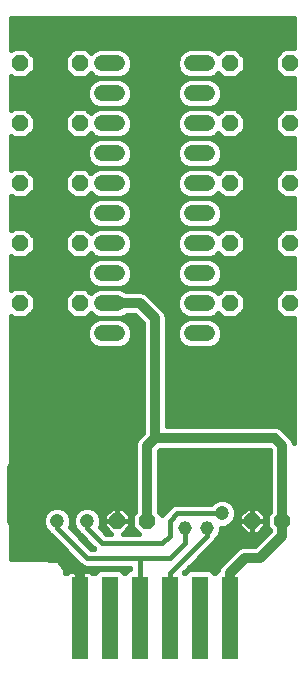
<source format=gbl>
G75*
G70*
%OFA0B0*%
%FSLAX24Y24*%
%IPPOS*%
%LPD*%
%AMOC8*
5,1,8,0,0,1.08239X$1,22.5*
%
%ADD10OC8,0.0520*%
%ADD11C,0.0520*%
%ADD12R,0.0520X0.2756*%
%ADD13C,0.0160*%
%ADD14C,0.0460*%
%ADD15C,0.0320*%
%ADD16C,0.0475*%
D10*
X004431Y004885D03*
X005431Y004885D03*
X008931Y004885D03*
X009931Y004885D03*
X010181Y012135D03*
X010181Y014135D03*
X010181Y016135D03*
X010181Y018135D03*
X010181Y020135D03*
X008181Y020135D03*
X008181Y018135D03*
X008181Y016135D03*
X008181Y014135D03*
X008181Y012135D03*
X003181Y012135D03*
X003181Y014135D03*
X003181Y016135D03*
X003181Y018135D03*
X003181Y020135D03*
X001181Y020135D03*
X001181Y018135D03*
X001181Y016135D03*
X001181Y014135D03*
X001181Y012135D03*
D11*
X003921Y012135D02*
X004441Y012135D01*
X004441Y013135D02*
X003921Y013135D01*
X003921Y014135D02*
X004441Y014135D01*
X004441Y015135D02*
X003921Y015135D01*
X003921Y016135D02*
X004441Y016135D01*
X004441Y017135D02*
X003921Y017135D01*
X003921Y018135D02*
X004441Y018135D01*
X004441Y019135D02*
X003921Y019135D01*
X003921Y020135D02*
X004441Y020135D01*
X006921Y020135D02*
X007441Y020135D01*
X007441Y019135D02*
X006921Y019135D01*
X006921Y018135D02*
X007441Y018135D01*
X007441Y017135D02*
X006921Y017135D01*
X006921Y016135D02*
X007441Y016135D01*
X007441Y015135D02*
X006921Y015135D01*
X006921Y014135D02*
X007441Y014135D01*
X007441Y013135D02*
X006921Y013135D01*
X006921Y012135D02*
X007441Y012135D01*
X007441Y011135D02*
X006921Y011135D01*
X004441Y011135D02*
X003921Y011135D01*
D12*
X004181Y001660D03*
X003181Y001660D03*
X005181Y001660D03*
X006181Y001660D03*
X007181Y001660D03*
X008181Y001660D03*
D13*
X000911Y003615D02*
X000911Y011698D01*
X000974Y011635D01*
X001389Y011635D01*
X001681Y011928D01*
X001681Y012342D01*
X001389Y012635D01*
X000974Y012635D01*
X000911Y012572D01*
X000911Y013698D01*
X000974Y013635D01*
X001389Y013635D01*
X001389Y013636D02*
X002974Y013636D01*
X002974Y013635D02*
X003389Y013635D01*
X003389Y013636D02*
X003821Y013636D01*
X003822Y013635D02*
X004541Y013635D01*
X004725Y013711D01*
X004865Y013852D01*
X004941Y014035D01*
X004941Y014234D01*
X004865Y014418D01*
X004725Y014559D01*
X004541Y014635D01*
X004725Y014711D01*
X004865Y014852D01*
X004941Y015035D01*
X004941Y015234D01*
X004865Y015418D01*
X004725Y015559D01*
X004541Y015635D01*
X004725Y015711D01*
X004865Y015852D01*
X004941Y016035D01*
X004941Y016234D01*
X004865Y016418D01*
X004725Y016559D01*
X004541Y016635D01*
X004725Y016711D01*
X004865Y016852D01*
X004941Y017035D01*
X004941Y017234D01*
X004865Y017418D01*
X004725Y017559D01*
X004541Y017635D01*
X004725Y017711D01*
X004865Y017852D01*
X004941Y018035D01*
X004941Y018234D01*
X004865Y018418D01*
X004725Y018559D01*
X004541Y018635D01*
X004725Y018711D01*
X004865Y018852D01*
X004941Y019035D01*
X004941Y019234D01*
X004865Y019418D01*
X004725Y019559D01*
X004541Y019635D01*
X004725Y019711D01*
X004865Y019852D01*
X004941Y020035D01*
X004941Y020234D01*
X004865Y020418D01*
X004725Y020559D01*
X004541Y020635D01*
X003822Y020635D01*
X003638Y020559D01*
X003551Y020472D01*
X003389Y020635D01*
X002974Y020635D01*
X002681Y020342D01*
X002681Y019928D01*
X002974Y019635D01*
X003389Y019635D01*
X003551Y019798D01*
X003638Y019711D01*
X003822Y019635D01*
X004541Y019635D01*
X003822Y019635D01*
X003638Y019559D01*
X003498Y019418D01*
X003421Y019234D01*
X003421Y019035D01*
X003498Y018852D01*
X003638Y018711D01*
X003822Y018635D01*
X004541Y018635D01*
X003822Y018635D01*
X003638Y018559D01*
X003551Y018472D01*
X003389Y018635D01*
X002974Y018635D01*
X002681Y018342D01*
X002681Y017928D01*
X002974Y017635D01*
X003389Y017635D01*
X003551Y017798D01*
X003638Y017711D01*
X003822Y017635D01*
X004541Y017635D01*
X003822Y017635D01*
X003638Y017559D01*
X003498Y017418D01*
X003421Y017234D01*
X003421Y017035D01*
X003498Y016852D01*
X003638Y016711D01*
X003822Y016635D01*
X004541Y016635D01*
X003822Y016635D01*
X003638Y016559D01*
X003551Y016472D01*
X003389Y016635D01*
X002974Y016635D01*
X002681Y016342D01*
X002681Y015928D01*
X002974Y015635D01*
X003389Y015635D01*
X003551Y015798D01*
X003638Y015711D01*
X003822Y015635D01*
X004541Y015635D01*
X003822Y015635D01*
X003638Y015559D01*
X003498Y015418D01*
X003421Y015234D01*
X003421Y015035D01*
X003498Y014852D01*
X003638Y014711D01*
X003822Y014635D01*
X004541Y014635D01*
X003822Y014635D01*
X003638Y014559D01*
X003551Y014472D01*
X003389Y014635D01*
X002974Y014635D01*
X002681Y014342D01*
X002681Y013928D01*
X002974Y013635D01*
X002815Y013794D02*
X001548Y013794D01*
X001681Y013928D02*
X001681Y014342D01*
X001389Y014635D01*
X000974Y014635D01*
X000911Y014572D01*
X000911Y015698D01*
X000974Y015635D01*
X001389Y015635D01*
X001681Y015928D01*
X001681Y016342D01*
X001389Y016635D01*
X000974Y016635D01*
X000911Y016572D01*
X000911Y017698D01*
X000974Y017635D01*
X001389Y017635D01*
X001681Y017928D01*
X001681Y018342D01*
X001389Y018635D01*
X000974Y018635D01*
X000911Y018572D01*
X000911Y019698D01*
X000974Y019635D01*
X001389Y019635D01*
X001681Y019928D01*
X001681Y020342D01*
X001389Y020635D01*
X000974Y020635D01*
X000911Y020572D01*
X000911Y021651D01*
X010321Y021651D01*
X010321Y020635D01*
X009974Y020635D01*
X009681Y020342D01*
X009681Y019928D01*
X009974Y019635D01*
X010321Y019635D01*
X010321Y018635D01*
X009974Y018635D01*
X009681Y018342D01*
X009681Y017928D01*
X009974Y017635D01*
X010321Y017635D01*
X010321Y016635D01*
X009974Y016635D01*
X009681Y016342D01*
X009681Y015928D01*
X009974Y015635D01*
X010321Y015635D01*
X010321Y014635D01*
X009974Y014635D01*
X009681Y014342D01*
X009681Y013928D01*
X009974Y013635D01*
X010321Y013635D01*
X010321Y012635D01*
X009974Y012635D01*
X009681Y012342D01*
X009681Y011928D01*
X009974Y011635D01*
X010321Y011635D01*
X010321Y007488D01*
X010270Y007612D01*
X010158Y007724D01*
X009908Y007974D01*
X009761Y008035D01*
X009602Y008035D01*
X006081Y008035D01*
X006081Y011715D01*
X006020Y011862D01*
X005908Y011974D01*
X005908Y011974D01*
X005520Y012361D01*
X005520Y012362D01*
X005408Y012474D01*
X005261Y012535D01*
X004749Y012535D01*
X004725Y012559D01*
X004541Y012635D01*
X004725Y012711D01*
X004865Y012852D01*
X004941Y013035D01*
X004941Y013234D01*
X004865Y013418D01*
X004725Y013559D01*
X004541Y013635D01*
X003822Y013635D01*
X003638Y013711D01*
X003551Y013798D01*
X003389Y013635D01*
X003548Y013794D02*
X003555Y013794D01*
X003638Y013559D02*
X003498Y013418D01*
X003421Y013234D01*
X003421Y013035D01*
X003498Y012852D01*
X003638Y012711D01*
X003822Y012635D01*
X004541Y012635D01*
X003822Y012635D01*
X003638Y012559D01*
X003551Y012472D01*
X003389Y012635D01*
X002974Y012635D01*
X002681Y012342D01*
X002681Y011928D01*
X002974Y011635D01*
X003389Y011635D01*
X003551Y011798D01*
X003638Y011711D01*
X003822Y011635D01*
X003638Y011559D01*
X003498Y011418D01*
X003421Y011234D01*
X003421Y011035D01*
X003498Y010852D01*
X003638Y010711D01*
X003822Y010635D01*
X004541Y010635D01*
X004725Y010711D01*
X004865Y010852D01*
X004941Y011035D01*
X004941Y011234D01*
X004865Y011418D01*
X004725Y011559D01*
X004541Y011635D01*
X003822Y011635D01*
X004541Y011635D01*
X004725Y011711D01*
X004749Y011735D01*
X005016Y011735D01*
X005281Y011469D01*
X005281Y007801D01*
X005205Y007724D01*
X005092Y007612D01*
X005031Y007465D01*
X005031Y005192D01*
X004931Y005092D01*
X004931Y004678D01*
X005154Y004455D01*
X004624Y004455D01*
X004871Y004703D01*
X004871Y004885D01*
X004871Y005067D01*
X004614Y005325D01*
X004432Y005325D01*
X004432Y004885D01*
X004871Y004885D01*
X004432Y004885D01*
X004432Y004885D01*
X004431Y004885D01*
X004431Y004885D01*
X003991Y004885D01*
X003991Y005067D01*
X004249Y005325D01*
X004431Y005325D01*
X004431Y004885D01*
X003991Y004885D01*
X003991Y004703D01*
X004239Y004455D01*
X004064Y004455D01*
X003953Y004566D01*
X003856Y004663D01*
X003909Y004790D01*
X003909Y004980D01*
X003836Y005155D01*
X003702Y005290D01*
X003526Y005362D01*
X003336Y005362D01*
X003161Y005290D01*
X003027Y005155D01*
X002954Y004980D01*
X002954Y004790D01*
X003027Y004614D01*
X003141Y004500D01*
X003160Y004454D01*
X003250Y004364D01*
X003500Y004114D01*
X003659Y003955D01*
X003564Y003955D01*
X002856Y004663D01*
X002909Y004790D01*
X002909Y004980D01*
X002836Y005155D01*
X002702Y005290D01*
X002526Y005362D01*
X002336Y005362D01*
X002161Y005290D01*
X002027Y005155D01*
X001954Y004980D01*
X001954Y004790D01*
X002027Y004614D01*
X002141Y004500D01*
X002160Y004454D01*
X002250Y004364D01*
X003160Y003454D01*
X003250Y003364D01*
X003368Y003315D01*
X004861Y003315D01*
X004861Y003272D01*
X004786Y003241D01*
X004718Y003173D01*
X004702Y003135D01*
X004661Y003135D01*
X004645Y003173D01*
X004577Y003241D01*
X004489Y003277D01*
X003874Y003277D01*
X003786Y003241D01*
X003718Y003173D01*
X003702Y003135D01*
X003593Y003135D01*
X003585Y003148D01*
X003552Y003182D01*
X003511Y003205D01*
X003465Y003217D01*
X003231Y003217D01*
X003231Y003135D01*
X003131Y003135D01*
X003131Y003217D01*
X002898Y003217D01*
X002852Y003205D01*
X002811Y003182D01*
X002778Y003148D01*
X002770Y003135D01*
X002686Y003135D01*
X002686Y003235D01*
X002609Y003421D01*
X002467Y003563D01*
X002282Y003640D01*
X002081Y003640D01*
X002021Y003615D01*
X000911Y003615D01*
X000911Y003647D02*
X002966Y003647D01*
X003125Y003489D02*
X002542Y003489D01*
X002647Y003330D02*
X003331Y003330D01*
X003231Y003172D02*
X003131Y003172D01*
X002801Y003172D02*
X002686Y003172D01*
X002808Y003806D02*
X000911Y003806D01*
X000911Y003964D02*
X002649Y003964D01*
X002491Y004123D02*
X000911Y004123D01*
X000911Y004281D02*
X002332Y004281D01*
X002431Y004635D02*
X002431Y004885D01*
X002431Y004635D02*
X003431Y003635D01*
X005181Y003635D01*
X005181Y001660D01*
X004717Y003172D02*
X004645Y003172D01*
X005181Y003635D02*
X006181Y003635D01*
X006681Y004135D01*
X006681Y004635D01*
X006181Y004885D02*
X006431Y005135D01*
X007931Y005135D01*
X007576Y005455D02*
X007661Y005540D01*
X007836Y005612D01*
X008026Y005612D01*
X008202Y005540D01*
X008336Y005405D01*
X008409Y005230D01*
X008409Y005040D01*
X008336Y004864D01*
X008202Y004730D01*
X008026Y004657D01*
X007901Y004657D01*
X007901Y004541D01*
X007830Y004369D01*
X007729Y004268D01*
X007703Y004204D01*
X006653Y003154D01*
X006661Y003135D01*
X006702Y003135D01*
X006718Y003173D01*
X006786Y003241D01*
X006874Y003277D01*
X007489Y003277D01*
X007577Y003241D01*
X007645Y003173D01*
X007661Y003135D01*
X007702Y003135D01*
X007718Y003173D01*
X007786Y003241D01*
X007794Y003244D01*
X007842Y003362D01*
X008342Y003862D01*
X008455Y003974D01*
X008602Y004035D01*
X009016Y004035D01*
X009531Y004551D01*
X009531Y004578D01*
X009431Y004678D01*
X009431Y005092D01*
X009531Y005192D01*
X009531Y007219D01*
X009516Y007235D01*
X005847Y007235D01*
X005831Y007219D01*
X005831Y005192D01*
X005931Y005092D01*
X005931Y005087D01*
X006160Y005316D01*
X006250Y005406D01*
X006368Y005455D01*
X007576Y005455D01*
X007685Y005550D02*
X005831Y005550D01*
X005831Y005708D02*
X009531Y005708D01*
X009531Y005550D02*
X008178Y005550D01*
X008342Y005391D02*
X009531Y005391D01*
X009531Y005233D02*
X009206Y005233D01*
X009114Y005325D02*
X009371Y005067D01*
X009371Y004885D01*
X008932Y004885D01*
X008932Y004885D01*
X009371Y004885D01*
X009371Y004703D01*
X009114Y004445D01*
X008932Y004445D01*
X008932Y004885D01*
X008931Y004885D01*
X008931Y004885D01*
X008491Y004885D01*
X008491Y005067D01*
X008749Y005325D01*
X008931Y005325D01*
X008931Y004885D01*
X008491Y004885D01*
X008491Y004703D01*
X008749Y004445D01*
X008931Y004445D01*
X008931Y004885D01*
X008932Y004885D01*
X008932Y005325D01*
X009114Y005325D01*
X008932Y005233D02*
X008931Y005233D01*
X008931Y005074D02*
X008932Y005074D01*
X008931Y004916D02*
X008932Y004916D01*
X008931Y004757D02*
X008932Y004757D01*
X008931Y004599D02*
X008932Y004599D01*
X009104Y004123D02*
X007622Y004123D01*
X007463Y003964D02*
X008445Y003964D01*
X008287Y003806D02*
X007305Y003806D01*
X007146Y003647D02*
X008128Y003647D01*
X007970Y003489D02*
X006988Y003489D01*
X006829Y003330D02*
X007829Y003330D01*
X007717Y003172D02*
X007645Y003172D01*
X007743Y004281D02*
X009262Y004281D01*
X009267Y004599D02*
X009511Y004599D01*
X009431Y004757D02*
X009371Y004757D01*
X009371Y004916D02*
X009431Y004916D01*
X009431Y005074D02*
X009364Y005074D01*
X009421Y004440D02*
X007859Y004440D01*
X007901Y004599D02*
X008596Y004599D01*
X008491Y004757D02*
X008229Y004757D01*
X008357Y004916D02*
X008491Y004916D01*
X008498Y005074D02*
X008409Y005074D01*
X008408Y005233D02*
X008657Y005233D01*
X009531Y005867D02*
X005831Y005867D01*
X005831Y006025D02*
X009531Y006025D01*
X009531Y006184D02*
X005831Y006184D01*
X005831Y006343D02*
X009531Y006343D01*
X009531Y006501D02*
X005831Y006501D01*
X005831Y006660D02*
X009531Y006660D01*
X009531Y006818D02*
X005831Y006818D01*
X005831Y006977D02*
X009531Y006977D01*
X009531Y007135D02*
X005831Y007135D01*
X005250Y007769D02*
X000911Y007769D01*
X000911Y007611D02*
X005092Y007611D01*
X005031Y007452D02*
X000911Y007452D01*
X000911Y007294D02*
X005031Y007294D01*
X005031Y007135D02*
X000911Y007135D01*
X000911Y006977D02*
X005031Y006977D01*
X005031Y006818D02*
X000911Y006818D01*
X000911Y006660D02*
X005031Y006660D01*
X005031Y006501D02*
X000911Y006501D01*
X000911Y006343D02*
X005031Y006343D01*
X005031Y006184D02*
X000911Y006184D01*
X000911Y006025D02*
X005031Y006025D01*
X005031Y005867D02*
X000911Y005867D01*
X000911Y005708D02*
X005031Y005708D01*
X005031Y005550D02*
X000911Y005550D01*
X000911Y005391D02*
X005031Y005391D01*
X005031Y005233D02*
X004706Y005233D01*
X004864Y005074D02*
X004931Y005074D01*
X004931Y004916D02*
X004871Y004916D01*
X004871Y004757D02*
X004931Y004757D01*
X005011Y004599D02*
X004767Y004599D01*
X004431Y004885D02*
X004431Y007385D01*
X005281Y007928D02*
X000911Y007928D01*
X000911Y008086D02*
X005281Y008086D01*
X005281Y008245D02*
X000911Y008245D01*
X000911Y008404D02*
X005281Y008404D01*
X005281Y008562D02*
X000911Y008562D01*
X000911Y008721D02*
X005281Y008721D01*
X005281Y008879D02*
X000911Y008879D01*
X000911Y009038D02*
X005281Y009038D01*
X005281Y009196D02*
X000911Y009196D01*
X000911Y009355D02*
X005281Y009355D01*
X005281Y009513D02*
X000911Y009513D01*
X000911Y009672D02*
X005281Y009672D01*
X005281Y009830D02*
X000911Y009830D01*
X000911Y009989D02*
X005281Y009989D01*
X005281Y010148D02*
X000911Y010148D01*
X000911Y010306D02*
X005281Y010306D01*
X005281Y010465D02*
X000911Y010465D01*
X000911Y010623D02*
X005281Y010623D01*
X005281Y010782D02*
X004795Y010782D01*
X004902Y010940D02*
X005281Y010940D01*
X005281Y011099D02*
X004941Y011099D01*
X004932Y011257D02*
X005281Y011257D01*
X005281Y011416D02*
X004866Y011416D01*
X004747Y011733D02*
X005018Y011733D01*
X005176Y011574D02*
X004687Y011574D01*
X004660Y012684D02*
X006703Y012684D01*
X006638Y012711D02*
X006822Y012635D01*
X007541Y012635D01*
X007725Y012711D01*
X007865Y012852D01*
X007941Y013035D01*
X007941Y013234D01*
X007865Y013418D01*
X007725Y013559D01*
X007541Y013635D01*
X006822Y013635D01*
X006638Y013559D01*
X006498Y013418D01*
X006421Y013234D01*
X006421Y013035D01*
X006498Y012852D01*
X006638Y012711D01*
X006638Y012559D02*
X006498Y012418D01*
X006421Y012234D01*
X006421Y012035D01*
X006498Y011852D01*
X006638Y011711D01*
X006822Y011635D01*
X007541Y011635D01*
X007725Y011711D01*
X007811Y011798D01*
X007974Y011635D01*
X008389Y011635D01*
X008681Y011928D01*
X008681Y012342D01*
X008389Y012635D01*
X007974Y012635D01*
X007811Y012472D01*
X007725Y012559D01*
X007541Y012635D01*
X006822Y012635D01*
X006638Y012559D01*
X006605Y012526D02*
X005283Y012526D01*
X005515Y012367D02*
X006476Y012367D01*
X006421Y012209D02*
X005673Y012209D01*
X005832Y012050D02*
X006421Y012050D01*
X006481Y011892D02*
X005990Y011892D01*
X006074Y011733D02*
X006616Y011733D01*
X006676Y011574D02*
X006081Y011574D01*
X006081Y011416D02*
X006497Y011416D01*
X006498Y011418D02*
X006421Y011234D01*
X006421Y011035D01*
X006498Y010852D01*
X006638Y010711D01*
X006822Y010635D01*
X007541Y010635D01*
X007725Y010711D01*
X007865Y010852D01*
X007941Y011035D01*
X007941Y011234D01*
X007865Y011418D01*
X007725Y011559D01*
X007541Y011635D01*
X006822Y011635D01*
X006638Y011559D01*
X006498Y011418D01*
X006431Y011257D02*
X006081Y011257D01*
X006081Y011099D02*
X006421Y011099D01*
X006461Y010940D02*
X006081Y010940D01*
X006081Y010782D02*
X006568Y010782D01*
X006081Y010623D02*
X010321Y010623D01*
X010321Y010465D02*
X006081Y010465D01*
X006081Y010306D02*
X010321Y010306D01*
X010321Y010148D02*
X006081Y010148D01*
X006081Y009989D02*
X010321Y009989D01*
X010321Y009830D02*
X006081Y009830D01*
X006081Y009672D02*
X010321Y009672D01*
X010321Y009513D02*
X006081Y009513D01*
X006081Y009355D02*
X010321Y009355D01*
X010321Y009196D02*
X006081Y009196D01*
X006081Y009038D02*
X010321Y009038D01*
X010321Y008879D02*
X006081Y008879D01*
X006081Y008721D02*
X010321Y008721D01*
X010321Y008562D02*
X006081Y008562D01*
X006081Y008404D02*
X010321Y008404D01*
X010321Y008245D02*
X006081Y008245D01*
X006081Y008086D02*
X010321Y008086D01*
X010321Y007928D02*
X009954Y007928D01*
X010113Y007769D02*
X010321Y007769D01*
X010321Y007611D02*
X010271Y007611D01*
X010321Y010782D02*
X007795Y010782D01*
X007902Y010940D02*
X010321Y010940D01*
X010321Y011099D02*
X007941Y011099D01*
X007932Y011257D02*
X010321Y011257D01*
X010321Y011416D02*
X007866Y011416D01*
X007876Y011733D02*
X007746Y011733D01*
X007687Y011574D02*
X010321Y011574D01*
X009876Y011733D02*
X008487Y011733D01*
X008645Y011892D02*
X009718Y011892D01*
X009681Y012050D02*
X008681Y012050D01*
X008681Y012209D02*
X009681Y012209D01*
X009707Y012367D02*
X008656Y012367D01*
X008498Y012526D02*
X009865Y012526D01*
X010321Y012684D02*
X007660Y012684D01*
X007758Y012526D02*
X007865Y012526D01*
X007856Y012843D02*
X010321Y012843D01*
X010321Y013001D02*
X007927Y013001D01*
X007941Y013160D02*
X010321Y013160D01*
X010321Y013318D02*
X007907Y013318D01*
X007806Y013477D02*
X010321Y013477D01*
X009974Y013636D02*
X008389Y013636D01*
X008389Y013635D02*
X008681Y013928D01*
X008681Y014342D01*
X008389Y014635D01*
X007974Y014635D01*
X007811Y014472D01*
X007725Y014559D01*
X007541Y014635D01*
X006822Y014635D01*
X006638Y014559D01*
X006498Y014418D01*
X006421Y014234D01*
X006421Y014035D01*
X006498Y013852D01*
X006638Y013711D01*
X006822Y013635D01*
X007541Y013635D01*
X007725Y013711D01*
X007811Y013798D01*
X007974Y013635D01*
X008389Y013635D01*
X008548Y013794D02*
X009815Y013794D01*
X009681Y013953D02*
X008681Y013953D01*
X008681Y014111D02*
X009681Y014111D01*
X009681Y014270D02*
X008681Y014270D01*
X008595Y014428D02*
X009768Y014428D01*
X009926Y014587D02*
X008437Y014587D01*
X007974Y013636D02*
X007542Y013636D01*
X007808Y013794D02*
X007815Y013794D01*
X007926Y014587D02*
X007657Y014587D01*
X007541Y014635D02*
X007725Y014711D01*
X007865Y014852D01*
X007941Y015035D01*
X007941Y015234D01*
X007865Y015418D01*
X007725Y015559D01*
X007541Y015635D01*
X007725Y015711D01*
X007811Y015798D01*
X007974Y015635D01*
X008389Y015635D01*
X008681Y015928D01*
X008681Y016342D01*
X008389Y016635D01*
X007974Y016635D01*
X007811Y016472D01*
X007725Y016559D01*
X007541Y016635D01*
X007725Y016711D01*
X007865Y016852D01*
X007941Y017035D01*
X007941Y017234D01*
X007865Y017418D01*
X007725Y017559D01*
X007541Y017635D01*
X006822Y017635D01*
X006638Y017559D01*
X006498Y017418D01*
X006421Y017234D01*
X006421Y017035D01*
X006498Y016852D01*
X006638Y016711D01*
X006822Y016635D01*
X007541Y016635D01*
X006822Y016635D01*
X006638Y016559D01*
X006498Y016418D01*
X006421Y016234D01*
X006421Y016035D01*
X006498Y015852D01*
X006638Y015711D01*
X006822Y015635D01*
X007541Y015635D01*
X006822Y015635D01*
X006638Y015559D01*
X006498Y015418D01*
X006421Y015234D01*
X006421Y015035D01*
X006498Y014852D01*
X006638Y014711D01*
X006822Y014635D01*
X007541Y014635D01*
X007759Y014745D02*
X010321Y014745D01*
X010321Y014904D02*
X007887Y014904D01*
X007941Y015062D02*
X010321Y015062D01*
X010321Y015221D02*
X007941Y015221D01*
X007881Y015379D02*
X010321Y015379D01*
X010321Y015538D02*
X007745Y015538D01*
X007690Y015697D02*
X007913Y015697D01*
X007829Y016489D02*
X007794Y016489D01*
X007572Y016648D02*
X010321Y016648D01*
X010321Y016806D02*
X007820Y016806D01*
X007912Y016965D02*
X010321Y016965D01*
X010321Y017123D02*
X007941Y017123D01*
X007922Y017282D02*
X010321Y017282D01*
X010321Y017441D02*
X007843Y017441D01*
X007974Y017635D02*
X007811Y017798D01*
X007725Y017711D01*
X007541Y017635D01*
X006822Y017635D01*
X006638Y017711D01*
X006498Y017852D01*
X006421Y018035D01*
X006421Y018234D01*
X006498Y018418D01*
X006638Y018559D01*
X006822Y018635D01*
X007541Y018635D01*
X007725Y018559D01*
X007811Y018472D01*
X007974Y018635D01*
X008389Y018635D01*
X008681Y018342D01*
X008681Y017928D01*
X008389Y017635D01*
X007974Y017635D01*
X007852Y017758D02*
X007771Y017758D01*
X007627Y017599D02*
X010321Y017599D01*
X009852Y017758D02*
X008511Y017758D01*
X008670Y017916D02*
X009693Y017916D01*
X009681Y018075D02*
X008681Y018075D01*
X008681Y018233D02*
X009681Y018233D01*
X009731Y018392D02*
X008632Y018392D01*
X008473Y018550D02*
X009890Y018550D01*
X010321Y018709D02*
X007719Y018709D01*
X007725Y018711D02*
X007865Y018852D01*
X007941Y019035D01*
X007941Y019234D01*
X007865Y019418D01*
X007725Y019559D01*
X007541Y019635D01*
X007725Y019711D01*
X007811Y019798D01*
X007974Y019635D01*
X008389Y019635D01*
X008681Y019928D01*
X008681Y020342D01*
X008389Y020635D01*
X007974Y020635D01*
X007811Y020472D01*
X007725Y020559D01*
X007541Y020635D01*
X006822Y020635D01*
X006638Y020559D01*
X006498Y020418D01*
X006421Y020234D01*
X006421Y020035D01*
X006498Y019852D01*
X006638Y019711D01*
X006822Y019635D01*
X007541Y019635D01*
X006822Y019635D01*
X006638Y019559D01*
X006498Y019418D01*
X006421Y019234D01*
X006421Y019035D01*
X006498Y018852D01*
X006638Y018711D01*
X006822Y018635D01*
X007541Y018635D01*
X007725Y018711D01*
X007733Y018550D02*
X007890Y018550D01*
X007872Y018867D02*
X010321Y018867D01*
X010321Y019026D02*
X007937Y019026D01*
X007941Y019185D02*
X010321Y019185D01*
X010321Y019343D02*
X007896Y019343D01*
X007782Y019502D02*
X010321Y019502D01*
X009949Y019660D02*
X008414Y019660D01*
X008572Y019819D02*
X009791Y019819D01*
X009681Y019977D02*
X008681Y019977D01*
X008681Y020136D02*
X009681Y020136D01*
X009681Y020294D02*
X008681Y020294D01*
X008571Y020453D02*
X009792Y020453D01*
X009951Y020611D02*
X008412Y020611D01*
X007951Y020611D02*
X007598Y020611D01*
X007602Y019660D02*
X007949Y019660D01*
X006761Y019660D02*
X004602Y019660D01*
X004782Y019502D02*
X006581Y019502D01*
X006466Y019343D02*
X004896Y019343D01*
X004941Y019185D02*
X006421Y019185D01*
X006425Y019026D02*
X004937Y019026D01*
X004872Y018867D02*
X006491Y018867D01*
X006643Y018709D02*
X004719Y018709D01*
X004733Y018550D02*
X006630Y018550D01*
X006487Y018392D02*
X004876Y018392D01*
X004941Y018233D02*
X006421Y018233D01*
X006421Y018075D02*
X004941Y018075D01*
X004892Y017916D02*
X006471Y017916D01*
X006592Y017758D02*
X004771Y017758D01*
X004627Y017599D02*
X006735Y017599D01*
X006520Y017441D02*
X004843Y017441D01*
X004922Y017282D02*
X006441Y017282D01*
X006421Y017123D02*
X004941Y017123D01*
X004912Y016965D02*
X006451Y016965D01*
X006543Y016806D02*
X004820Y016806D01*
X004794Y016489D02*
X006569Y016489D01*
X006461Y016331D02*
X004901Y016331D01*
X004941Y016172D02*
X006421Y016172D01*
X006430Y016014D02*
X004932Y016014D01*
X004867Y015855D02*
X006496Y015855D01*
X006673Y015697D02*
X004690Y015697D01*
X004745Y015538D02*
X006617Y015538D01*
X006482Y015379D02*
X004881Y015379D01*
X004941Y015221D02*
X006421Y015221D01*
X006421Y015062D02*
X004941Y015062D01*
X004887Y014904D02*
X006476Y014904D01*
X006604Y014745D02*
X004759Y014745D01*
X004657Y014587D02*
X006706Y014587D01*
X006508Y014428D02*
X004855Y014428D01*
X004927Y014270D02*
X006436Y014270D01*
X006421Y014111D02*
X004941Y014111D01*
X004907Y013953D02*
X006456Y013953D01*
X006555Y013794D02*
X004808Y013794D01*
X004806Y013477D02*
X006556Y013477D01*
X006456Y013318D02*
X004907Y013318D01*
X004941Y013160D02*
X006421Y013160D01*
X006436Y013001D02*
X004927Y013001D01*
X004856Y012843D02*
X006506Y012843D01*
X006821Y013636D02*
X004542Y013636D01*
X003822Y013635D02*
X003638Y013559D01*
X003556Y013477D02*
X000911Y013477D01*
X000911Y013636D02*
X000974Y013636D01*
X000911Y013318D02*
X003456Y013318D01*
X003421Y013160D02*
X000911Y013160D01*
X000911Y013001D02*
X003436Y013001D01*
X003506Y012843D02*
X000911Y012843D01*
X000911Y012684D02*
X003703Y012684D01*
X003605Y012526D02*
X003498Y012526D01*
X003486Y011733D02*
X003616Y011733D01*
X003676Y011574D02*
X000911Y011574D01*
X000911Y011416D02*
X003497Y011416D01*
X003431Y011257D02*
X000911Y011257D01*
X000911Y011099D02*
X003421Y011099D01*
X003461Y010940D02*
X000911Y010940D01*
X000911Y010782D02*
X003568Y010782D01*
X002876Y011733D02*
X001487Y011733D01*
X001645Y011892D02*
X002718Y011892D01*
X002681Y012050D02*
X001681Y012050D01*
X001681Y012209D02*
X002681Y012209D01*
X002707Y012367D02*
X001656Y012367D01*
X001498Y012526D02*
X002865Y012526D01*
X002681Y013953D02*
X001681Y013953D01*
X001681Y013928D02*
X001389Y013635D01*
X001681Y014111D02*
X002681Y014111D01*
X002681Y014270D02*
X001681Y014270D01*
X001595Y014428D02*
X002768Y014428D01*
X002926Y014587D02*
X001437Y014587D01*
X000926Y014587D02*
X000911Y014587D01*
X000911Y014745D02*
X003604Y014745D01*
X003706Y014587D02*
X003437Y014587D01*
X003476Y014904D02*
X000911Y014904D01*
X000911Y015062D02*
X003421Y015062D01*
X003421Y015221D02*
X000911Y015221D01*
X000911Y015379D02*
X003482Y015379D01*
X003617Y015538D02*
X000911Y015538D01*
X000911Y015697D02*
X000913Y015697D01*
X000911Y016648D02*
X003791Y016648D01*
X003569Y016489D02*
X003534Y016489D01*
X003543Y016806D02*
X000911Y016806D01*
X000911Y016965D02*
X003451Y016965D01*
X003421Y017123D02*
X000911Y017123D01*
X000911Y017282D02*
X003441Y017282D01*
X003520Y017441D02*
X000911Y017441D01*
X000911Y017599D02*
X003735Y017599D01*
X003592Y017758D02*
X003511Y017758D01*
X003473Y018550D02*
X003630Y018550D01*
X003643Y018709D02*
X000911Y018709D01*
X000911Y018867D02*
X003491Y018867D01*
X003425Y019026D02*
X000911Y019026D01*
X000911Y019185D02*
X003421Y019185D01*
X003466Y019343D02*
X000911Y019343D01*
X000911Y019502D02*
X003581Y019502D01*
X003414Y019660D02*
X003761Y019660D01*
X003765Y020611D02*
X003412Y020611D01*
X002951Y020611D02*
X001412Y020611D01*
X001571Y020453D02*
X002792Y020453D01*
X002681Y020294D02*
X001681Y020294D01*
X001681Y020136D02*
X002681Y020136D01*
X002681Y019977D02*
X001681Y019977D01*
X001572Y019819D02*
X002791Y019819D01*
X002949Y019660D02*
X001414Y019660D01*
X000949Y019660D02*
X000911Y019660D01*
X000911Y020611D02*
X000951Y020611D01*
X000911Y020770D02*
X010321Y020770D01*
X010321Y020929D02*
X000911Y020929D01*
X000911Y021087D02*
X010321Y021087D01*
X010321Y021246D02*
X000911Y021246D01*
X000911Y021404D02*
X010321Y021404D01*
X010321Y021563D02*
X000911Y021563D01*
X001473Y018550D02*
X002890Y018550D01*
X002731Y018392D02*
X001632Y018392D01*
X001681Y018233D02*
X002681Y018233D01*
X002681Y018075D02*
X001681Y018075D01*
X001670Y017916D02*
X002693Y017916D01*
X002852Y017758D02*
X001511Y017758D01*
X001534Y016489D02*
X002829Y016489D01*
X002681Y016331D02*
X001681Y016331D01*
X001681Y016172D02*
X002681Y016172D01*
X002681Y016014D02*
X001681Y016014D01*
X001609Y015855D02*
X002754Y015855D01*
X002913Y015697D02*
X001450Y015697D01*
X003450Y015697D02*
X003673Y015697D01*
X004572Y016648D02*
X006791Y016648D01*
X006531Y019819D02*
X004832Y019819D01*
X004917Y019977D02*
X006446Y019977D01*
X006421Y020136D02*
X004941Y020136D01*
X004917Y020294D02*
X006446Y020294D01*
X006532Y020453D02*
X004831Y020453D01*
X004598Y020611D02*
X006765Y020611D01*
X008534Y016489D02*
X009829Y016489D01*
X009681Y016331D02*
X008681Y016331D01*
X008681Y016172D02*
X009681Y016172D01*
X009681Y016014D02*
X008681Y016014D01*
X008609Y015855D02*
X009754Y015855D01*
X009913Y015697D02*
X008450Y015697D01*
X006235Y005391D02*
X005831Y005391D01*
X005831Y005233D02*
X006077Y005233D01*
X006181Y004885D02*
X006181Y004385D01*
X005931Y004135D01*
X003931Y004135D01*
X003681Y004385D01*
X003431Y004635D01*
X003431Y004885D01*
X003174Y004440D02*
X003079Y004440D01*
X003043Y004599D02*
X002920Y004599D01*
X002895Y004757D02*
X002968Y004757D01*
X002954Y004916D02*
X002909Y004916D01*
X002870Y005074D02*
X002993Y005074D01*
X003104Y005233D02*
X002759Y005233D01*
X003237Y004281D02*
X003332Y004281D01*
X003396Y004123D02*
X003491Y004123D01*
X003555Y003964D02*
X003649Y003964D01*
X003920Y004599D02*
X004096Y004599D01*
X003991Y004757D02*
X003895Y004757D01*
X003909Y004916D02*
X003991Y004916D01*
X003998Y005074D02*
X003870Y005074D01*
X003759Y005233D02*
X004157Y005233D01*
X004431Y005233D02*
X004432Y005233D01*
X004431Y005074D02*
X004432Y005074D01*
X004431Y004916D02*
X004432Y004916D01*
X003717Y003172D02*
X003562Y003172D01*
X002174Y004440D02*
X000911Y004440D01*
X000911Y004599D02*
X002043Y004599D01*
X001968Y004757D02*
X000911Y004757D01*
X000911Y004916D02*
X001954Y004916D01*
X001993Y005074D02*
X000911Y005074D01*
X000911Y005233D02*
X002104Y005233D01*
X006181Y003135D02*
X006181Y001660D01*
X006181Y003135D02*
X007431Y004385D01*
X007431Y004635D01*
X006717Y003172D02*
X006671Y003172D01*
D14*
X006681Y004635D03*
X007431Y004635D03*
X007181Y006885D03*
X008181Y006885D03*
X004431Y007385D03*
X002931Y007385D03*
X001431Y007135D03*
D15*
X000931Y006635D01*
X000931Y004885D01*
X002181Y003635D01*
X002681Y003635D01*
X003181Y003135D01*
X003181Y001660D01*
X005431Y004885D02*
X005431Y007385D01*
X005681Y007635D01*
X005681Y011635D01*
X005181Y012135D01*
X004181Y012135D01*
X005681Y007635D02*
X009681Y007635D01*
X009931Y007385D01*
X009931Y004885D01*
X009931Y004385D01*
X009181Y003635D01*
X008681Y003635D01*
X008181Y003135D01*
X008181Y001660D01*
D16*
X007931Y005135D03*
X003431Y004885D03*
X002431Y004885D03*
M02*

</source>
